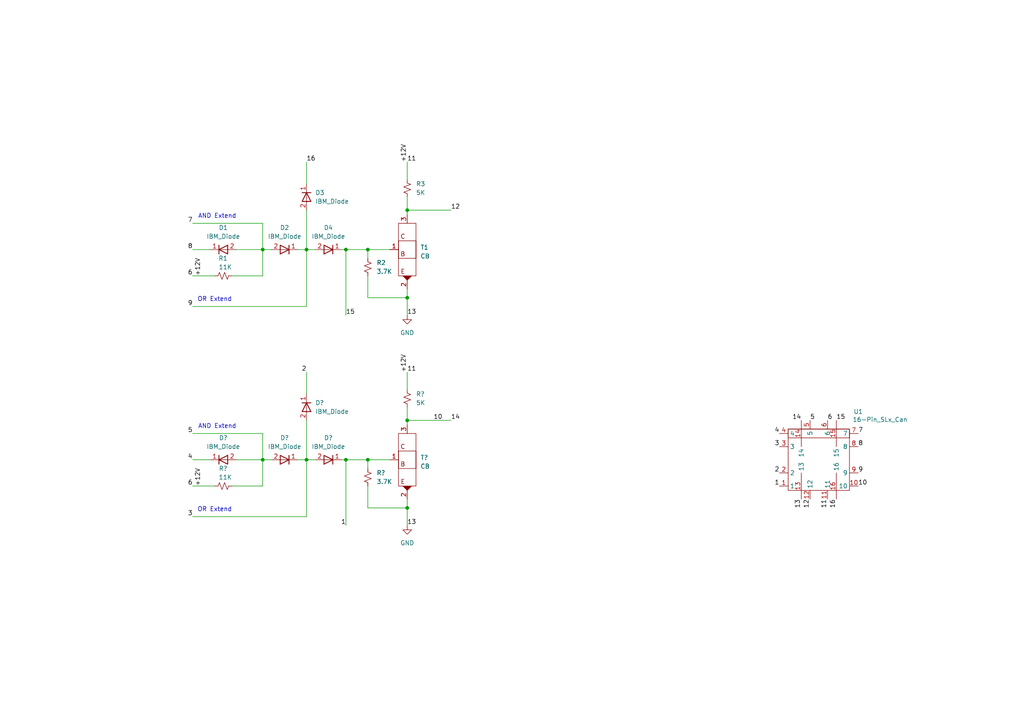
<source format=kicad_sch>
(kicad_sch (version 20211123) (generator eeschema)
  (paper "A4")
  (lib_symbols
    (symbol "Device:R_Small_US" (pin_numbers hide) (pin_names (offset 0.254) hide)
      (property "Reference" "R" (at 0.762 0.508 0))
      (property "Value" "R_Small_US" (at 0.762 -1.016 0))
      (symbol "R_Small_US_1_1"
        (polyline (pts (xy 0 0) (xy 1.016 -0.381) (xy 0 -0.762) (xy -1.016 -1.143) (xy 0 -1.524)))
        (polyline (pts (xy 0 1.524) (xy 1.016 1.143) (xy 0 0.762) (xy -1.016 0.381) (xy 0 0)))
        (pin passive line (at 0 2.54 270) (length 1.016) (name "~") (number "1"))
        (pin passive line (at 0 -2.54 90) (length 1.016) (name "~") (number "2"))
      )
    )
    (symbol "IBM_SLT-SLD:16-Pin_SLx_Can"
      (property "Reference" "U" (at 0 -2.54 0))
      (property "Value" "16-Pin_SLx_Can" (at 0 0 0))
      (symbol "16-Pin_SLx_Can_0_1"
        (rectangle (start -8.89 8.89) (end 8.89 -8.89))
        (rectangle (start -8.89 8.89) (end 8.89 6.35))
      )
      (symbol "16-Pin_SLx_Can_1_1"
        (pin passive line (at -11.43 -7.62 0) (length 2.54) (name "1") (number "1"))
        (pin passive line (at 11.43 -7.62 180) (length 2.54) (name "10") (number "10"))
        (pin passive line (at 2.54 -11.43 90) (length 2.54) (name "11") (number "11"))
        (pin passive line (at -2.54 -11.43 90) (length 2.54) (name "12") (number "12"))
        (pin passive line (at -5.08 -11.43 90) (length 7.62) (name "13") (number "13"))
        (pin passive line (at -5.08 11.43 270) (length 7.62) (name "14") (number "14"))
        (pin passive line (at 5.08 11.43 270) (length 7.62) (name "15") (number "15"))
        (pin passive line (at 5.08 -11.43 90) (length 7.62) (name "16") (number "16"))
        (pin passive line (at -11.43 -3.81 0) (length 2.54) (name "2") (number "2"))
        (pin passive line (at -11.43 3.81 0) (length 2.54) (name "3") (number "3"))
        (pin passive line (at -11.43 7.62 0) (length 2.54) (name "4") (number "4"))
        (pin passive line (at -2.54 11.43 270) (length 2.54) (name "5") (number "5"))
        (pin passive line (at 2.54 11.43 270) (length 2.54) (name "6") (number "6"))
        (pin passive line (at 11.43 7.62 180) (length 2.54) (name "7") (number "7"))
        (pin passive line (at 11.43 3.81 180) (length 2.54) (name "8") (number "8"))
        (pin passive line (at 11.43 -3.81 180) (length 2.54) (name "9") (number "9"))
      )
    )
    (symbol "IBM_SLT-SLD:IBM_Diode"
      (property "Reference" "D" (at 0 5.08 0))
      (property "Value" "IBM_Diode" (at 0 2.54 0))
      (symbol "IBM_Diode_0_1"
        (polyline (pts (xy -1.27 1.27) (xy -1.27 -1.27)) (stroke (width 0.254)))
        (polyline (pts (xy 1.27 0) (xy -1.27 0)))
        (polyline (pts (xy 1.27 1.27) (xy 1.27 -1.27) (xy -1.27 0) (xy 1.27 1.27)) (stroke (width 0.254)))
      )
      (symbol "IBM_Diode_1_1"
        (pin passive line (at -3.81 0 0) (length 2.54) (name "K") (number "1"))
        (pin passive line (at 3.81 0 180) (length 2.54) (name "A") (number "2"))
      )
    )
    (symbol "IBM_SLT-SLD:T_DB"
      (property "Reference" "T" (at 0 5.08 0))
      (property "Value" "T_DB" (at 7.62 8.89 0))
      (symbol "T_DB_0_0"
        (text "B" (at -1.27 -1.27 0) (effects (font (size 1.27 1.27))))
        (text "C" (at -1.27 3.81 0) (effects (font (size 1.27 1.27))))
        (text "E" (at -1.27 -6.35 0) (effects (font (size 1.27 1.27))))
      )
      (symbol "T_DB_0_1"
        (rectangle (start -2.54 2.54) (end 2.54 -2.54))
        (rectangle (start -2.54 7.62) (end 2.54 -7.62))
        (polyline (pts (xy -1.27 -7.62) (xy 0 -8.89) (xy 1.27 -7.62)) (fill (type outline)))
      )
      (symbol "T_DB_1_1"
        (pin passive line (at -5.08 0 0) (length 2.54) (name "B") (number "1"))
        (pin passive line (at 0 -11.43 90) (length 2.54) (name "E") (number "2"))
        (pin passive line (at 0 10.16 270) (length 2.54) (name "C") (number "3"))
      )
    )
    (symbol "power:GND" (power) (pin_names (offset 0))
      (property "Value" "GND" (at 0 -3.81 0))
      (symbol "GND_0_1"
        (polyline (pts (xy 0 0) (xy 0 -1.27) (xy 1.27 -1.27) (xy 0 -2.54) (xy -1.27 -1.27) (xy 0 -1.27)))
      )
      (symbol "GND_1_1"
        (pin power_in line (at 0 0 270) (length 0) hide (name "GND") (number "1"))
      )
    )
  )
  (junction (at 118.11 86.36))
  (junction (at 100.33 72.39))
  (junction (at 106.68 133.35))
  (junction (at 88.9 133.35))
  (junction (at 88.9 72.39))
  (junction (at 100.33 133.35))
  (junction (at 118.11 147.32))
  (junction (at 76.2 72.39))
  (junction (at 76.2 133.35))
  (junction (at 106.68 72.39))
  (junction (at 118.11 121.92))
  (junction (at 118.11 60.96))
  (wire (pts (xy 76.2 64.77) (xy 76.2 72.39)))
  (wire (pts (xy 118.11 121.92) (xy 118.11 123.19)))
  (wire (pts (xy 88.9 149.86) (xy 88.9 133.35)))
  (wire (pts (xy 76.2 140.97) (xy 76.2 133.35)))
  (wire (pts (xy 118.11 60.96) (xy 118.11 62.23)))
  (wire (pts (xy 67.31 80.01) (xy 76.2 80.01)))
  (wire (pts (xy 55.88 88.9) (xy 88.9 88.9)))
  (wire (pts (xy 118.11 57.15) (xy 118.11 60.96)))
  (wire (pts (xy 106.68 72.39) (xy 113.03 72.39)))
  (wire (pts (xy 76.2 125.73) (xy 76.2 133.35)))
  (wire (pts (xy 106.68 147.32) (xy 118.11 147.32)))
  (wire (pts (xy 86.36 133.35) (xy 88.9 133.35)))
  (wire (pts (xy 55.88 64.77) (xy 76.2 64.77)))
  (wire (pts (xy 88.9 107.95) (xy 88.9 114.3)))
  (wire (pts (xy 118.11 147.32) (xy 118.11 144.78)))
  (wire (pts (xy 106.68 86.36) (xy 118.11 86.36)))
  (wire (pts (xy 67.31 140.97) (xy 76.2 140.97)))
  (wire (pts (xy 55.88 72.39) (xy 60.96 72.39)))
  (wire (pts (xy 118.11 60.96) (xy 130.81 60.96)))
  (wire (pts (xy 100.33 133.35) (xy 106.68 133.35)))
  (wire (pts (xy 88.9 133.35) (xy 91.44 133.35)))
  (wire (pts (xy 118.11 147.32) (xy 118.11 152.4)))
  (wire (pts (xy 86.36 72.39) (xy 88.9 72.39)))
  (wire (pts (xy 118.11 118.11) (xy 118.11 121.92)))
  (wire (pts (xy 55.88 149.86) (xy 88.9 149.86)))
  (wire (pts (xy 106.68 74.93) (xy 106.68 72.39)))
  (wire (pts (xy 88.9 88.9) (xy 88.9 72.39)))
  (wire (pts (xy 99.06 133.35) (xy 100.33 133.35)))
  (wire (pts (xy 118.11 107.95) (xy 118.11 113.03)))
  (wire (pts (xy 76.2 80.01) (xy 76.2 72.39)))
  (wire (pts (xy 88.9 121.92) (xy 88.9 133.35)))
  (wire (pts (xy 100.33 72.39) (xy 106.68 72.39)))
  (wire (pts (xy 106.68 133.35) (xy 113.03 133.35)))
  (wire (pts (xy 55.88 80.01) (xy 62.23 80.01)))
  (wire (pts (xy 88.9 72.39) (xy 91.44 72.39)))
  (wire (pts (xy 99.06 72.39) (xy 100.33 72.39)))
  (wire (pts (xy 68.58 72.39) (xy 76.2 72.39)))
  (wire (pts (xy 55.88 140.97) (xy 62.23 140.97)))
  (wire (pts (xy 76.2 72.39) (xy 78.74 72.39)))
  (wire (pts (xy 55.88 125.73) (xy 76.2 125.73)))
  (wire (pts (xy 106.68 80.01) (xy 106.68 86.36)))
  (wire (pts (xy 118.11 86.36) (xy 118.11 83.82)))
  (wire (pts (xy 118.11 86.36) (xy 118.11 91.44)))
  (wire (pts (xy 106.68 135.89) (xy 106.68 133.35)))
  (wire (pts (xy 100.33 152.4) (xy 100.33 133.35)))
  (wire (pts (xy 76.2 133.35) (xy 78.74 133.35)))
  (wire (pts (xy 88.9 46.99) (xy 88.9 53.34)))
  (wire (pts (xy 106.68 140.97) (xy 106.68 147.32)))
  (wire (pts (xy 118.11 121.92) (xy 130.81 121.92)))
  (wire (pts (xy 118.11 46.99) (xy 118.11 52.07)))
  (wire (pts (xy 88.9 60.96) (xy 88.9 72.39)))
  (wire (pts (xy 100.33 91.44) (xy 100.33 72.39)))
  (wire (pts (xy 55.88 133.35) (xy 60.96 133.35)))
  (wire (pts (xy 68.58 133.35) (xy 76.2 133.35)))
  (text "AND Extend" (at 68.58 124.46 180) (effects (font (size 1.27 1.27)) (justify right bottom)))
  (text "AND Extend" (at 68.58 63.5 180) (effects (font (size 1.27 1.27)) (justify right bottom)))
  (text "OR Extend" (at 67.31 87.63 180) (effects (font (size 1.27 1.27)) (justify right bottom)))
  (text "OR Extend" (at 67.31 148.59 180) (effects (font (size 1.27 1.27)) (justify right bottom)))
  (label "9" (at 248.92 137.16 0))
  (label "12" (at 130.81 60.96 0))
  (label "7" (at 248.92 125.73 0))
  (label "8" (at 55.88 72.39 180))
  (label "2" (at 88.9 107.95 180))
  (label "1" (at 100.33 152.4 180))
  (label "3" (at 55.88 149.86 180))
  (label "5" (at 234.95 121.92 0))
  (label "9" (at 55.88 88.9 180))
  (label "11" (at 240.03 144.78 270))
  (label "5" (at 55.88 125.73 180))
  (label "14" (at 232.41 121.92 180))
  (label "6" (at 55.88 140.97 180))
  (label "+12V" (at 118.11 107.95 90))
  (label "15" (at 100.33 91.44 0))
  (label "11" (at 118.11 46.99 0))
  (label "10" (at 125.73 121.92 0))
  (label "15" (at 242.57 121.92 0))
  (label "4" (at 226.06 125.73 180))
  (label "10" (at 248.92 140.97 0))
  (label "3" (at 226.06 129.54 180))
  (label "+12V" (at 58.42 140.97 90))
  (label "+12V" (at 58.42 80.01 90))
  (label "16" (at 88.9 46.99 0))
  (label "13" (at 118.11 152.4 0))
  (label "16" (at 242.57 144.78 270))
  (label "8" (at 248.92 129.54 0))
  (label "13" (at 232.41 144.78 270))
  (label "1" (at 226.06 140.97 180))
  (label "+12V" (at 118.11 46.99 90))
  (label "11" (at 118.11 107.95 0))
  (label "6" (at 55.88 80.01 180))
  (label "13" (at 118.11 91.44 0))
  (label "12" (at 234.95 144.78 270))
  (label "7" (at 55.88 64.77 180))
  (label "14" (at 130.81 121.92 0))
  (label "2" (at 226.06 137.16 180))
  (label "6" (at 240.03 121.92 0))
  (label "4" (at 55.88 133.35 180))
  (symbol (lib_id "IBM_SLT-SLD:IBM_Diode") (at 88.9 118.11 270) (unit 1)
    (property "Reference" "D?" (at 91.44 116.8399 90) (effects (justify left)))
    (property "Value" "IBM_Diode" (at 91.44 119.3799 90) (effects (justify left)))
  )
  (symbol (lib_id "Device:R_Small_US") (at 118.11 54.61 0) (unit 1)
    (property "Reference" "R3" (at 120.65 53.3399 0) (effects (justify left)))
    (property "Value" "5K" (at 120.65 55.8799 0) (effects (justify left)))
  )
  (symbol (lib_id "IBM_SLT-SLD:IBM_Diode") (at 82.55 133.35 180) (unit 1)
    (property "Reference" "D?" (at 82.55 127 0))
    (property "Value" "IBM_Diode" (at 82.55 129.54 0))
  )
  (symbol (lib_id "IBM_SLT-SLD:IBM_Diode") (at 95.25 133.35 180) (unit 1)
    (property "Reference" "D?" (at 95.25 127 0))
    (property "Value" "IBM_Diode" (at 95.25 129.54 0))
  )
  (symbol (lib_id "IBM_SLT-SLD:IBM_Diode") (at 82.55 72.39 180) (unit 1)
    (property "Reference" "D2" (at 82.55 66.04 0))
    (property "Value" "IBM_Diode" (at 82.55 68.58 0))
  )
  (symbol (lib_id "Device:R_Small_US") (at 64.77 140.97 90) (unit 1)
    (property "Reference" "R?" (at 66.04 135.89 90) (effects (justify left)))
    (property "Value" "11K" (at 67.31 138.43 90) (effects (justify left)))
  )
  (symbol (lib_id "Device:R_Small_US") (at 106.68 138.43 0) (unit 1)
    (property "Reference" "R?" (at 109.22 137.1599 0) (effects (justify left)))
    (property "Value" "3.7K" (at 109.22 139.6999 0) (effects (justify left)))
  )
  (symbol (lib_id "IBM_SLT-SLD:IBM_Diode") (at 88.9 57.15 270) (unit 1)
    (property "Reference" "D3" (at 91.44 55.8799 90) (effects (justify left)))
    (property "Value" "IBM_Diode" (at 91.44 58.4199 90) (effects (justify left)))
  )
  (symbol (lib_id "IBM_SLT-SLD:T_DB") (at 118.11 72.39 0) (unit 1)
    (property "Reference" "T1" (at 121.92 71.7549 0) (effects (justify left)))
    (property "Value" "CB" (at 121.92 74.2949 0) (effects (justify left)))
    (property "Footprint" "Package_DFN_QFN:Diodes_DFN1006-3" (effects hide))
  )
  (symbol (lib_id "IBM_SLT-SLD:IBM_Diode") (at 64.77 72.39 0) (unit 1)
    (property "Reference" "D1" (at 64.77 66.04 0))
    (property "Value" "IBM_Diode" (at 64.77 68.58 0))
  )
  (symbol (lib_id "Device:R_Small_US") (at 118.11 115.57 0) (unit 1)
    (property "Reference" "R?" (at 120.65 114.2999 0) (effects (justify left)))
    (property "Value" "5K" (at 120.65 116.8399 0) (effects (justify left)))
  )
  (symbol (lib_id "IBM_SLT-SLD:IBM_Diode") (at 64.77 133.35 0) (unit 1)
    (property "Reference" "D?" (at 64.77 127 0))
    (property "Value" "IBM_Diode" (at 64.77 129.54 0))
  )
  (symbol (lib_id "IBM_SLT-SLD:IBM_Diode") (at 95.25 72.39 180) (unit 1)
    (property "Reference" "D4" (at 95.25 66.04 0))
    (property "Value" "IBM_Diode" (at 95.25 68.58 0))
  )
  (symbol (lib_id "power:GND") (at 118.11 91.44 0) (unit 1)
    (property "Reference" "#PWR?" (effects hide))
    (property "Value" "GND" (at 118.11 96.52 0))
  )
  (symbol (lib_id "IBM_SLT-SLD:T_DB") (at 118.11 133.35 0) (unit 1)
    (property "Reference" "T?" (at 121.92 132.7149 0) (effects (justify left)))
    (property "Value" "CB" (at 121.92 135.2549 0) (effects (justify left)))
    (property "Footprint" "Package_DFN_QFN:Diodes_DFN1006-3" (effects hide))
  )
  (symbol (lib_id "Device:R_Small_US") (at 64.77 80.01 90) (unit 1)
    (property "Reference" "R1" (at 66.04 74.93 90) (effects (justify left)))
    (property "Value" "11K" (at 67.31 77.47 90) (effects (justify left)))
  )
  (symbol (lib_id "Device:R_Small_US") (at 106.68 77.47 0) (unit 1)
    (property "Reference" "R2" (at 109.22 76.1999 0) (effects (justify left)))
    (property "Value" "3.7K" (at 109.22 78.7399 0) (effects (justify left)))
  )
  (symbol (lib_id "power:GND") (at 118.11 152.4 0) (unit 1)
    (property "Reference" "#PWR?" (effects hide))
    (property "Value" "GND" (at 118.11 157.48 0))
  )
  (symbol (lib_id "IBM_SLT-SLD:16-Pin_SLx_Can") (at 237.49 133.35 0) (unit 1)
    (property "Reference" "U1" (at 248.92 119.38 0))
    (property "Value" "16-Pin_SLx_Can" (at 255.27 121.6912 0))
  )
)
</source>
